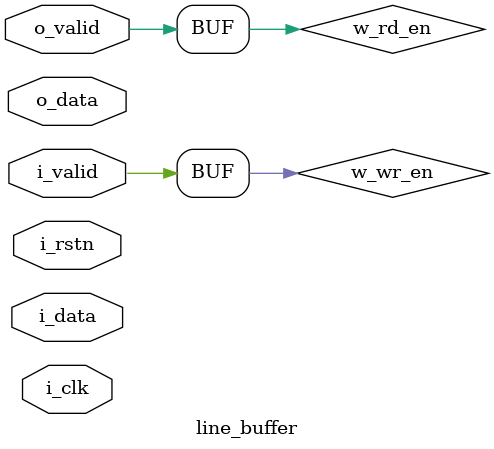
<source format=sv>
`timescale 1ns/1ps

module line_buffer # (
    parameter P_DAT_WIDTH = 8,
    parameter P_IMG_WIDTH = 200
) (
    input                   i_clk,
    input                   i_rstn,
    input                   i_valid,
    input [P_DAT_WIDTH-1:0] i_data,
    input                   o_valid,
    input [P_DAT_WIDTH-1:0] o_data

);
    wire w_rd_en, w_wr_en;
    reg [31:0] r_delay_cnt;

    always @( posedge i_clk ) begin 
        if (~i_rstn) begin
            r_delay_cnt <= 'd0;
        end
        else if ( i_valid && (r_delay_cnt >= P_IMG_WIDTH) ) begin
            r_delay_cnt <= P_IMG_WIDTH;
        end
        else if ( i_valid ) begin
            r_delay_cnt <= r_delay_cnt + 'd1;
        end
        else begin
            r_delay_cnt <= r_delay_cnt;
        end
    end
  
    assign w_wr_en = i_valid;
    assign w_rd_en = i_valid & (r_delay_cnt == P_IMG_WIDTH);
    assign o_valid = w_rd_en;

    xfifo_0 line_buff (
        .clk         ( i_clk ),
        .srst        ( ~i_rstn  ),
        .din         ( i_data   ),
        .wr_en       ( w_wr_en  ),
        .rd_en       ( w_rd_en  ),
        .dout        ( o_data   ),
        .full        (  ), // open
        .empty       (  ), // open
        .wr_rst_busy (  ), // open
        .rd_rst_busy (  )  // open
    );
   
endmodule
</source>
